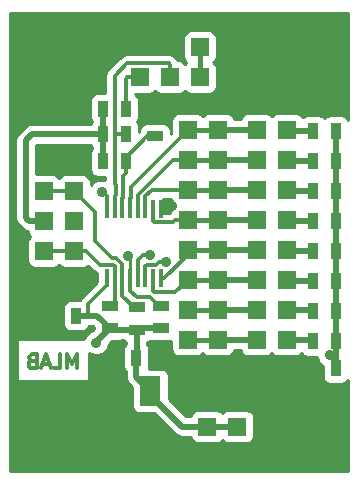
<source format=gbr>
G04 This is an RS-274x file exported by *
G04 gerbv version 2.6.1 *
G04 More information is available about gerbv at *
G04 http://gerbv.geda-project.org/ *
G04 --End of header info--*
%MOIN*%
%FSLAX34Y34*%
%IPPOS*%
G04 --Define apertures--*
%ADD10C,0.0118*%
%ADD11R,0.0600X0.0600*%
%ADD12R,0.0350X0.0550*%
%ADD13C,0.2362*%
%ADD14R,0.0177X0.0591*%
%ADD15R,0.0550X0.0350*%
%ADD16R,0.0709X0.0984*%
%ADD17C,0.0350*%
%ADD18C,0.0197*%
%ADD19C,0.0157*%
%ADD20C,0.0100*%
G04 --Start main section--*
G54D10*
G01X0002587Y0003786D02*
G01X0002587Y0004259D01*
G01X0002587Y0004259D02*
G01X0002430Y0003921D01*
G01X0002430Y0003921D02*
G01X0002272Y0004259D01*
G01X0002272Y0004259D02*
G01X0002272Y0003786D01*
G01X0001822Y0003786D02*
G01X0002047Y0003786D01*
G01X0002047Y0003786D02*
G01X0002047Y0004259D01*
G01X0001688Y0003921D02*
G01X0001463Y0003921D01*
G01X0001733Y0003786D02*
G01X0001575Y0004259D01*
G01X0001575Y0004259D02*
G01X0001418Y0003786D01*
G01X0001103Y0004034D02*
G01X0001035Y0004011D01*
G01X0001035Y0004011D02*
G01X0001013Y0003989D01*
G01X0001013Y0003989D02*
G01X0000990Y0003944D01*
G01X0000990Y0003944D02*
G01X0000990Y0003876D01*
G01X0000990Y0003876D02*
G01X0001013Y0003831D01*
G01X0001013Y0003831D02*
G01X0001035Y0003809D01*
G01X0001035Y0003809D02*
G01X0001080Y0003786D01*
G01X0001080Y0003786D02*
G01X0001260Y0003786D01*
G01X0001260Y0003786D02*
G01X0001260Y0004259D01*
G01X0001260Y0004259D02*
G01X0001103Y0004259D01*
G01X0001103Y0004259D02*
G01X0001058Y0004236D01*
G01X0001058Y0004236D02*
G01X0001035Y0004214D01*
G01X0001035Y0004214D02*
G01X0001013Y0004169D01*
G01X0001013Y0004169D02*
G01X0001013Y0004124D01*
G01X0001013Y0004124D02*
G01X0001035Y0004079D01*
G01X0001035Y0004079D02*
G01X0001058Y0004056D01*
G01X0001058Y0004056D02*
G01X0001103Y0004034D01*
G01X0001103Y0004034D02*
G01X0001260Y0004034D01*
G54D11*
G01X0007950Y0000850D03*
G01X0006950Y0000850D03*
G01X0007950Y0001850D03*
G01X0006950Y0001850D03*
G01X0007950Y0002850D03*
G01X0006950Y0002850D03*
G01X0008600Y0010750D03*
G01X0009600Y0010750D03*
G54D12*
G01X0004575Y0004150D03*
G01X0003825Y0004150D03*
G54D13*
G01X0010000Y0014000D03*
G54D14*
G01X0003604Y0009111D03*
G01X0003860Y0009111D03*
G01X0004116Y0009111D03*
G01X0004372Y0009111D03*
G01X0004628Y0009111D03*
G01X0004884Y0009111D03*
G01X0005140Y0009111D03*
G01X0005396Y0009111D03*
G01X0005396Y0006789D03*
G01X0005140Y0006789D03*
G01X0004884Y0006789D03*
G01X0004628Y0006789D03*
G01X0004372Y0006789D03*
G01X0004116Y0006789D03*
G01X0003860Y0006789D03*
G01X0003604Y0006789D03*
G54D12*
G01X0011225Y0004700D03*
G01X0010475Y0004700D03*
G01X0011225Y0005700D03*
G01X0010475Y0005700D03*
G01X0011225Y0006700D03*
G01X0010475Y0006700D03*
G01X0011225Y0007700D03*
G01X0010475Y0007700D03*
G01X0011225Y0008700D03*
G01X0010475Y0008700D03*
G01X0011225Y0009700D03*
G01X0010475Y0009700D03*
G01X0011225Y0010700D03*
G01X0010475Y0010700D03*
G01X0011225Y0011700D03*
G01X0010475Y0011700D03*
G54D15*
G01X0003700Y0005125D03*
G01X0003700Y0005875D03*
G01X0005400Y0005125D03*
G01X0005400Y0005875D03*
G01X0004600Y0005075D03*
G01X0004600Y0005825D03*
G01X0005200Y0011525D03*
G01X0005200Y0012275D03*
G54D12*
G01X0003475Y0010700D03*
G01X0004225Y0010700D03*
G01X0003475Y0011600D03*
G01X0004225Y0011600D03*
G01X0003475Y0012450D03*
G01X0004225Y0012450D03*
G54D13*
G01X0002000Y0014000D03*
G01X0010000Y0002000D03*
G01X0002000Y0002000D03*
G54D11*
G01X0006300Y0004750D03*
G01X0007300Y0004750D03*
G01X0006300Y0005750D03*
G01X0007300Y0005750D03*
G01X0006300Y0006750D03*
G01X0007300Y0006750D03*
G01X0006300Y0007750D03*
G01X0007300Y0007750D03*
G01X0006300Y0008750D03*
G01X0007300Y0008750D03*
G01X0006300Y0009750D03*
G01X0007300Y0009750D03*
G01X0006300Y0010750D03*
G01X0007300Y0010750D03*
G01X0006300Y0011750D03*
G01X0007300Y0011750D03*
G01X0008600Y0004750D03*
G01X0009600Y0004750D03*
G01X0008600Y0005750D03*
G01X0009600Y0005750D03*
G01X0008600Y0006750D03*
G01X0009600Y0006750D03*
G01X0008600Y0007750D03*
G01X0009600Y0007750D03*
G01X0008600Y0008750D03*
G01X0009600Y0008750D03*
G01X0008600Y0009750D03*
G01X0009600Y0009750D03*
G01X0008600Y0011750D03*
G01X0009600Y0011750D03*
G01X0006700Y0013500D03*
G01X0006700Y0014500D03*
G01X0002500Y0006700D03*
G01X0001500Y0006700D03*
G01X0002500Y0007700D03*
G01X0001500Y0007700D03*
G01X0002500Y0008700D03*
G01X0001500Y0008700D03*
G01X0002500Y0009700D03*
G01X0001500Y0009700D03*
G01X0002500Y0010700D03*
G01X0001500Y0010700D03*
G01X0005700Y0014500D03*
G01X0005700Y0013500D03*
G01X0004700Y0014500D03*
G01X0004700Y0013500D03*
G54D16*
G01X0005050Y0001463D03*
G01X0005050Y0003037D03*
G54D12*
G01X0011225Y0003800D03*
G01X0010475Y0003800D03*
G01X0002575Y0005550D03*
G01X0001825Y0005550D03*
G54D17*
G01X0011040Y0004220D03*
G01X0003250Y0004650D03*
G01X0005780Y0009215D03*
G01X0003420Y0009660D03*
G01X0004300Y0007550D03*
G01X0005572Y0007345D03*
G01X0005049Y0007577D03*
G54D18*
G01X0011215Y0004045D02*
G01X0011040Y0004220D01*
G01X0011225Y0004035D02*
G01X0011215Y0004045D01*
G01X0011225Y0003800D02*
G01X0011225Y0004035D01*
G01X0007950Y0001850D02*
G01X0006950Y0001850D01*
G01X0005050Y0003037D02*
G01X0005050Y0002900D01*
G01X0005050Y0002900D02*
G01X0006100Y0001850D01*
G01X0006100Y0001850D02*
G01X0006453Y0001850D01*
G01X0006453Y0001850D02*
G01X0006950Y0001850D01*
G01X0004575Y0004150D02*
G01X0004575Y0003512D01*
G01X0004575Y0003512D02*
G01X0005050Y0003037D01*
G01X0004600Y0005075D02*
G01X0004600Y0004175D01*
G01X0004600Y0004175D02*
G01X0004575Y0004150D01*
G01X0004650Y0005125D02*
G01X0004600Y0005075D01*
G01X0005400Y0005125D02*
G01X0004650Y0005125D01*
G01X0003750Y0005075D02*
G01X0003700Y0005125D01*
G01X0004600Y0005075D02*
G01X0003750Y0005075D01*
G01X0003275Y0005550D02*
G01X0003700Y0005125D01*
G54D10*
G01X0003604Y0006582D02*
G01X0002974Y0005952D01*
G01X0003604Y0006789D02*
G01X0003604Y0006582D01*
G01X0002974Y0005952D02*
G01X0002974Y0005550D01*
G54D18*
G01X0002974Y0005550D02*
G01X0003275Y0005550D01*
G01X0002575Y0005550D02*
G01X0002974Y0005550D01*
G01X0011304Y0003721D02*
G01X0011225Y0003800D01*
G01X0011225Y0003800D02*
G01X0011225Y0004700D01*
G01X0011225Y0005700D02*
G01X0011225Y0004700D01*
G01X0011225Y0005700D02*
G01X0011225Y0006700D01*
G01X0011225Y0006700D02*
G01X0011225Y0007700D01*
G01X0011225Y0007700D02*
G01X0011225Y0008700D01*
G01X0011225Y0008700D02*
G01X0011225Y0009700D01*
G01X0011225Y0009700D02*
G01X0011225Y0010700D01*
G01X0011225Y0011700D02*
G01X0011225Y0010700D01*
G01X0001003Y0008700D02*
G01X0000900Y0008803D01*
G01X0001500Y0008700D02*
G01X0001003Y0008700D01*
G01X0000900Y0008803D02*
G01X0000900Y0011400D01*
G01X0001100Y0011600D02*
G01X0003475Y0011600D01*
G01X0000900Y0011400D02*
G01X0001100Y0011600D01*
G01X0003475Y0011600D02*
G01X0003475Y0012450D01*
G01X0003475Y0011600D02*
G01X0003475Y0010700D01*
G01X0003250Y0004675D02*
G01X0003700Y0005125D01*
G01X0003250Y0004650D02*
G01X0003250Y0004675D01*
G54D19*
G01X0010475Y0003800D02*
G01X0010475Y0003368D01*
G01X0010475Y0003368D02*
G01X0010000Y0002893D01*
G01X0010000Y0002893D02*
G01X0010000Y0002000D01*
G54D10*
G01X0005676Y0009111D02*
G01X0005780Y0009215D01*
G01X0005396Y0009111D02*
G01X0005676Y0009111D01*
G01X0003469Y0009660D02*
G01X0003420Y0009660D01*
G01X0003604Y0009525D02*
G01X0003469Y0009660D01*
G01X0003604Y0009111D02*
G01X0003604Y0009525D01*
G01X0004225Y0013443D02*
G01X0004282Y0013500D01*
G01X0004282Y0013500D02*
G01X0004700Y0013500D01*
G01X0004225Y0012450D02*
G01X0004225Y0013443D01*
G01X0003860Y0009111D02*
G01X0003869Y0009120D01*
G01X0003906Y0009888D02*
G01X0003860Y0009934D01*
G01X0003869Y0009534D02*
G01X0003906Y0009572D01*
G01X0003860Y0009934D02*
G01X0003860Y0011616D01*
G01X0003869Y0009120D02*
G01X0003869Y0009534D01*
G01X0003906Y0009572D02*
G01X0003906Y0009888D01*
G01X0004273Y0013959D02*
G01X0003860Y0013547D01*
G01X0005659Y0013959D02*
G01X0004273Y0013959D01*
G01X0005700Y0013918D02*
G01X0005659Y0013959D01*
G01X0005700Y0013500D02*
G01X0005700Y0013918D01*
G01X0003876Y0011600D02*
G01X0003860Y0011616D01*
G01X0004225Y0011600D02*
G01X0003876Y0011600D01*
G01X0003860Y0013547D02*
G01X0003860Y0011616D01*
G01X0003375Y0007243D02*
G01X0002918Y0007700D01*
G01X0003819Y0007243D02*
G01X0003375Y0007243D01*
G01X0003860Y0006789D02*
G01X0003860Y0007202D01*
G01X0002918Y0007700D02*
G01X0002500Y0007700D01*
G01X0003860Y0007202D02*
G01X0003819Y0007243D01*
G01X0003860Y0006035D02*
G01X0003860Y0006789D01*
G01X0003700Y0005875D02*
G01X0003860Y0006035D01*
G01X0002500Y0007700D02*
G01X0001500Y0007700D01*
G01X0003200Y0009000D02*
G01X0002500Y0009700D01*
G01X0003765Y0007461D02*
G01X0003200Y0008026D01*
G01X0004116Y0007255D02*
G01X0003911Y0007461D01*
G01X0004116Y0006789D02*
G01X0004116Y0007255D01*
G01X0003200Y0008026D02*
G01X0003200Y0009000D01*
G01X0003911Y0007461D02*
G01X0003765Y0007461D01*
G01X0004500Y0005825D02*
G01X0004600Y0005825D01*
G01X0004116Y0006209D02*
G01X0004500Y0005825D01*
G01X0004116Y0006789D02*
G01X0004116Y0006209D01*
G01X0002500Y0009700D02*
G01X0001500Y0009700D01*
G01X0005331Y0005875D02*
G01X0005400Y0005875D01*
G01X0005047Y0006159D02*
G01X0005331Y0005875D01*
G01X0004588Y0006159D02*
G01X0005047Y0006159D01*
G01X0004372Y0006375D02*
G01X0004588Y0006159D01*
G01X0004372Y0006789D02*
G01X0004372Y0006375D01*
G54D19*
G01X0006700Y0013500D02*
G01X0006700Y0014500D01*
G54D20*
G01X0004372Y0007478D02*
G01X0004300Y0007550D01*
G01X0004372Y0006789D02*
G01X0004372Y0007478D01*
G54D10*
G01X0004372Y0009111D02*
G01X0004372Y0009457D01*
G01X0004390Y0009840D02*
G01X0006300Y0011750D01*
G01X0004390Y0009475D02*
G01X0004390Y0009840D01*
G01X0004372Y0009457D02*
G01X0004390Y0009475D01*
G54D19*
G01X0007300Y0011750D02*
G01X0006300Y0011750D01*
G54D18*
G01X0007300Y0011750D02*
G01X0008600Y0011750D01*
G01X0009650Y0011700D02*
G01X0009600Y0011750D01*
G01X0010475Y0011700D02*
G01X0009650Y0011700D01*
G54D10*
G01X0004628Y0009111D02*
G01X0004628Y0009578D01*
G01X0005882Y0010750D02*
G01X0006300Y0010750D01*
G01X0004628Y0009578D02*
G01X0005800Y0010750D01*
G01X0005800Y0010750D02*
G01X0005882Y0010750D01*
G54D19*
G01X0007300Y0010750D02*
G01X0006300Y0010750D01*
G54D18*
G01X0007300Y0010750D02*
G01X0008600Y0010750D01*
G01X0009650Y0010700D02*
G01X0009600Y0010750D01*
G01X0010475Y0010700D02*
G01X0009650Y0010700D01*
G54D10*
G01X0005882Y0009750D02*
G01X0006300Y0009750D01*
G01X0005109Y0009750D02*
G01X0005882Y0009750D01*
G01X0004884Y0009111D02*
G01X0004884Y0009525D01*
G01X0004884Y0009525D02*
G01X0005109Y0009750D01*
G54D19*
G01X0007300Y0009750D02*
G01X0006300Y0009750D01*
G54D18*
G01X0007300Y0009750D02*
G01X0008600Y0009750D01*
G01X0009650Y0009700D02*
G01X0009600Y0009750D01*
G01X0010475Y0009700D02*
G01X0009650Y0009700D01*
G54D19*
G01X0007300Y0008750D02*
G01X0006300Y0008750D01*
G54D10*
G01X0005882Y0008750D02*
G01X0006300Y0008750D01*
G01X0005789Y0008657D02*
G01X0005882Y0008750D01*
G01X0005181Y0008657D02*
G01X0005789Y0008657D01*
G01X0005140Y0008698D02*
G01X0005181Y0008657D01*
G01X0005140Y0009111D02*
G01X0005140Y0008698D01*
G54D18*
G01X0007300Y0008750D02*
G01X0008600Y0008750D01*
G01X0009650Y0008700D02*
G01X0009600Y0008750D01*
G01X0010475Y0008700D02*
G01X0009650Y0008700D01*
G54D10*
G01X0005506Y0006789D02*
G01X0006300Y0007583D01*
G01X0006300Y0007583D02*
G01X0006300Y0007750D01*
G01X0005396Y0006789D02*
G01X0005506Y0006789D01*
G54D19*
G01X0007300Y0007750D02*
G01X0006300Y0007750D01*
G54D18*
G01X0007300Y0007750D02*
G01X0008600Y0007750D01*
G01X0009650Y0007700D02*
G01X0009600Y0007750D01*
G01X0010475Y0007700D02*
G01X0009650Y0007700D01*
G54D19*
G01X0007300Y0006750D02*
G01X0006300Y0006750D01*
G54D10*
G01X0005884Y0006334D02*
G01X0006300Y0006750D01*
G01X0005180Y0006334D02*
G01X0005884Y0006334D01*
G01X0005140Y0006374D02*
G01X0005180Y0006334D01*
G01X0005140Y0006789D02*
G01X0005140Y0006374D01*
G54D18*
G01X0007300Y0006750D02*
G01X0008600Y0006750D01*
G01X0009650Y0006700D02*
G01X0009600Y0006750D01*
G01X0010475Y0006700D02*
G01X0009650Y0006700D01*
G54D10*
G01X0005324Y0007345D02*
G01X0005572Y0007345D01*
G01X0005223Y0007243D02*
G01X0005324Y0007345D01*
G01X0004884Y0007202D02*
G01X0004925Y0007243D01*
G01X0004884Y0006789D02*
G01X0004884Y0007202D01*
G01X0004925Y0007243D02*
G01X0005223Y0007243D01*
G54D19*
G01X0007300Y0005750D02*
G01X0006300Y0005750D01*
G54D18*
G01X0007300Y0005750D02*
G01X0008600Y0005750D01*
G01X0010425Y0005750D02*
G01X0010475Y0005700D01*
G01X0009600Y0005750D02*
G01X0010425Y0005750D01*
G54D10*
G01X0004801Y0007577D02*
G01X0005049Y0007577D01*
G01X0004628Y0006789D02*
G01X0004628Y0007404D01*
G01X0004628Y0007404D02*
G01X0004801Y0007577D01*
G54D19*
G01X0007300Y0004750D02*
G01X0006300Y0004750D01*
G54D18*
G01X0007300Y0004750D02*
G01X0008600Y0004750D01*
G01X0010425Y0004750D02*
G01X0010475Y0004700D01*
G01X0009600Y0004750D02*
G01X0010425Y0004750D01*
G54D10*
G01X0004130Y0010212D02*
G01X0004225Y0010307D01*
G01X0004130Y0009475D02*
G01X0004130Y0010212D01*
G01X0004225Y0010307D02*
G01X0004225Y0010700D01*
G01X0004116Y0009461D02*
G01X0004130Y0009475D01*
G01X0004116Y0009111D02*
G01X0004116Y0009461D01*
G01X0004950Y0011525D02*
G01X0005200Y0011525D01*
G01X0004225Y0010800D02*
G01X0004950Y0011525D01*
G01X0004225Y0010700D02*
G01X0004225Y0010800D01*
G54D20*
G36*
G01X0003551Y0010066D02*
G01X0003505Y0010085D01*
G01X0003336Y0010085D01*
G01X0003180Y0010021D01*
G01X0003060Y0009901D01*
G01X0003055Y0009889D01*
G01X0003055Y0010000D01*
G01X0003036Y0010095D01*
G01X0002981Y0010179D01*
G01X0002898Y0010235D01*
G01X0002800Y0010255D01*
G01X0002200Y0010255D01*
G01X0002105Y0010236D01*
G01X0002021Y0010181D01*
G01X0002000Y0010151D01*
G01X0001981Y0010179D01*
G01X0001898Y0010235D01*
G01X0001800Y0010255D01*
G01X0001248Y0010255D01*
G01X0001248Y0011252D01*
G01X0003059Y0011252D01*
G01X0003064Y0011230D01*
G01X0003116Y0011150D01*
G01X0003065Y0011073D01*
G01X0003045Y0010975D01*
G01X0003045Y0010425D01*
G01X0003064Y0010330D01*
G01X0003119Y0010246D01*
G01X0003202Y0010190D01*
G01X0003300Y0010170D01*
G01X0003551Y0010170D01*
G01X0003551Y0010066D01*
G01X0003551Y0010066D01*
G37*
G01X0003551Y0010066D02*
G01X0003505Y0010085D01*
G01X0003505Y0010085D02*
G01X0003336Y0010085D01*
G01X0003336Y0010085D02*
G01X0003180Y0010021D01*
G01X0003180Y0010021D02*
G01X0003060Y0009901D01*
G01X0003060Y0009901D02*
G01X0003055Y0009889D01*
G01X0003055Y0009889D02*
G01X0003055Y0010000D01*
G01X0003055Y0010000D02*
G01X0003036Y0010095D01*
G01X0003036Y0010095D02*
G01X0002981Y0010179D01*
G01X0002981Y0010179D02*
G01X0002898Y0010235D01*
G01X0002898Y0010235D02*
G01X0002800Y0010255D01*
G01X0002800Y0010255D02*
G01X0002200Y0010255D01*
G01X0002200Y0010255D02*
G01X0002105Y0010236D01*
G01X0002105Y0010236D02*
G01X0002021Y0010181D01*
G01X0002021Y0010181D02*
G01X0002000Y0010151D01*
G01X0002000Y0010151D02*
G01X0001981Y0010179D01*
G01X0001981Y0010179D02*
G01X0001898Y0010235D01*
G01X0001898Y0010235D02*
G01X0001800Y0010255D01*
G01X0001800Y0010255D02*
G01X0001248Y0010255D01*
G01X0001248Y0010255D02*
G01X0001248Y0011252D01*
G01X0001248Y0011252D02*
G01X0003059Y0011252D01*
G01X0003059Y0011252D02*
G01X0003064Y0011230D01*
G01X0003064Y0011230D02*
G01X0003116Y0011150D01*
G01X0003116Y0011150D02*
G01X0003065Y0011073D01*
G01X0003065Y0011073D02*
G01X0003045Y0010975D01*
G01X0003045Y0010975D02*
G01X0003045Y0010425D01*
G01X0003045Y0010425D02*
G01X0003064Y0010330D01*
G01X0003064Y0010330D02*
G01X0003119Y0010246D01*
G01X0003119Y0010246D02*
G01X0003202Y0010190D01*
G01X0003202Y0010190D02*
G01X0003300Y0010170D01*
G01X0003300Y0010170D02*
G01X0003551Y0010170D01*
G01X0003551Y0010170D02*
G01X0003551Y0010066D01*
G36*
G01X0005849Y0009250D02*
G01X0005821Y0009231D01*
G01X0005765Y0009148D01*
G01X0005745Y0009050D01*
G01X0005745Y0009023D01*
G01X0005663Y0008969D01*
G01X0005661Y0008966D01*
G01X0005483Y0008966D01*
G01X0005483Y0009407D01*
G01X0005477Y0009441D01*
G01X0005747Y0009441D01*
G01X0005764Y0009355D01*
G01X0005819Y0009271D01*
G01X0005849Y0009250D01*
G01X0005849Y0009250D01*
G37*
G01X0005849Y0009250D02*
G01X0005821Y0009231D01*
G01X0005821Y0009231D02*
G01X0005765Y0009148D01*
G01X0005765Y0009148D02*
G01X0005745Y0009050D01*
G01X0005745Y0009050D02*
G01X0005745Y0009023D01*
G01X0005745Y0009023D02*
G01X0005663Y0008969D01*
G01X0005663Y0008969D02*
G01X0005661Y0008966D01*
G01X0005661Y0008966D02*
G01X0005483Y0008966D01*
G01X0005483Y0008966D02*
G01X0005483Y0009407D01*
G01X0005483Y0009407D02*
G01X0005477Y0009441D01*
G01X0005477Y0009441D02*
G01X0005747Y0009441D01*
G01X0005747Y0009441D02*
G01X0005764Y0009355D01*
G01X0005764Y0009355D02*
G01X0005819Y0009271D01*
G01X0005819Y0009271D02*
G01X0005849Y0009250D01*
G36*
G01X0011630Y0000370D02*
G01X0000370Y0000370D01*
G01X0000370Y0015630D01*
G01X0011630Y0015630D01*
G01X0011630Y0012080D01*
G01X0011581Y0012154D01*
G01X0011498Y0012210D01*
G01X0011400Y0012230D01*
G01X0011050Y0012230D01*
G01X0010955Y0012211D01*
G01X0010871Y0012156D01*
G01X0010850Y0012126D01*
G01X0010831Y0012154D01*
G01X0010748Y0012210D01*
G01X0010650Y0012230D01*
G01X0010300Y0012230D01*
G01X0010205Y0012211D01*
G01X0010127Y0012160D01*
G01X0010081Y0012229D01*
G01X0009998Y0012285D01*
G01X0009900Y0012305D01*
G01X0009300Y0012305D01*
G01X0009205Y0012286D01*
G01X0009121Y0012231D01*
G01X0009100Y0012201D01*
G01X0009081Y0012229D01*
G01X0008998Y0012285D01*
G01X0008900Y0012305D01*
G01X0008300Y0012305D01*
G01X0008205Y0012286D01*
G01X0008121Y0012231D01*
G01X0008065Y0012148D01*
G01X0008055Y0012098D01*
G01X0007846Y0012098D01*
G01X0007836Y0012145D01*
G01X0007781Y0012229D01*
G01X0007698Y0012285D01*
G01X0007600Y0012305D01*
G01X0007000Y0012305D01*
G01X0006905Y0012286D01*
G01X0006821Y0012231D01*
G01X0006800Y0012201D01*
G01X0006781Y0012229D01*
G01X0006698Y0012285D01*
G01X0006600Y0012305D01*
G01X0006000Y0012305D01*
G01X0005905Y0012286D01*
G01X0005821Y0012231D01*
G01X0005765Y0012148D01*
G01X0005745Y0012050D01*
G01X0005745Y0011632D01*
G01X0005730Y0011617D01*
G01X0005730Y0011700D01*
G01X0005711Y0011795D01*
G01X0005656Y0011879D01*
G01X0005573Y0011935D01*
G01X0005475Y0011955D01*
G01X0004925Y0011955D01*
G01X0004830Y0011936D01*
G01X0004746Y0011881D01*
G01X0004690Y0011798D01*
G01X0004670Y0011700D01*
G01X0004670Y0011682D01*
G01X0004655Y0011667D01*
G01X0004655Y0011875D01*
G01X0004636Y0011970D01*
G01X0004600Y0012025D01*
G01X0004635Y0012077D01*
G01X0004655Y0012175D01*
G01X0004655Y0012725D01*
G01X0004636Y0012820D01*
G01X0004581Y0012904D01*
G01X0004534Y0012936D01*
G01X0004534Y0012945D01*
G01X0005000Y0012945D01*
G01X0005095Y0012964D01*
G01X0005179Y0013019D01*
G01X0005200Y0013049D01*
G01X0005219Y0013021D01*
G01X0005302Y0012965D01*
G01X0005400Y0012945D01*
G01X0006000Y0012945D01*
G01X0006095Y0012964D01*
G01X0006179Y0013019D01*
G01X0006200Y0013049D01*
G01X0006219Y0013021D01*
G01X0006302Y0012965D01*
G01X0006400Y0012945D01*
G01X0007000Y0012945D01*
G01X0007095Y0012964D01*
G01X0007179Y0013019D01*
G01X0007235Y0013102D01*
G01X0007255Y0013200D01*
G01X0007255Y0013800D01*
G01X0007236Y0013895D01*
G01X0007181Y0013979D01*
G01X0007151Y0014000D01*
G01X0007179Y0014019D01*
G01X0007235Y0014102D01*
G01X0007255Y0014200D01*
G01X0007255Y0014800D01*
G01X0007236Y0014895D01*
G01X0007181Y0014979D01*
G01X0007098Y0015035D01*
G01X0007000Y0015055D01*
G01X0006400Y0015055D01*
G01X0006305Y0015036D01*
G01X0006221Y0014981D01*
G01X0006165Y0014898D01*
G01X0006145Y0014800D01*
G01X0006145Y0014200D01*
G01X0006164Y0014105D01*
G01X0006219Y0014021D01*
G01X0006249Y0014000D01*
G01X0006221Y0013981D01*
G01X0006200Y0013951D01*
G01X0006181Y0013979D01*
G01X0006098Y0014035D01*
G01X0006000Y0014055D01*
G01X0005973Y0014055D01*
G01X0005919Y0014137D01*
G01X0005878Y0014178D01*
G01X0005777Y0014245D01*
G01X0005659Y0014268D01*
G01X0004273Y0014268D01*
G01X0004273Y0014268D01*
G01X0004154Y0014245D01*
G01X0004054Y0014178D01*
G01X0003642Y0013765D01*
G01X0003575Y0013665D01*
G01X0003551Y0013547D01*
G01X0003551Y0012980D01*
G01X0003300Y0012980D01*
G01X0003205Y0012961D01*
G01X0003121Y0012906D01*
G01X0003065Y0012823D01*
G01X0003045Y0012725D01*
G01X0003045Y0012175D01*
G01X0003064Y0012080D01*
G01X0003100Y0012025D01*
G01X0003065Y0011973D01*
G01X0003060Y0011948D01*
G01X0001100Y0011948D01*
G01X0000967Y0011922D01*
G01X0000854Y0011846D01*
G01X0000854Y0011846D01*
G01X0000654Y0011646D01*
G01X0000578Y0011533D01*
G01X0000574Y0011511D01*
G01X0000552Y0011400D01*
G01X0000552Y0011400D01*
G01X0000552Y0008803D01*
G01X0000552Y0008803D01*
G01X0000574Y0008692D01*
G01X0000578Y0008670D01*
G01X0000654Y0008557D01*
G01X0000757Y0008454D01*
G01X0000757Y0008454D01*
G01X0000757Y0008454D01*
G01X0000870Y0008378D01*
G01X0000870Y0008378D01*
G01X0000892Y0008374D01*
G01X0000953Y0008362D01*
G01X0000953Y0008362D01*
G01X0000964Y0008305D01*
G01X0001019Y0008221D01*
G01X0001049Y0008200D01*
G01X0001021Y0008181D01*
G01X0000965Y0008098D01*
G01X0000945Y0008000D01*
G01X0000945Y0007400D01*
G01X0000964Y0007305D01*
G01X0001019Y0007221D01*
G01X0001102Y0007165D01*
G01X0001200Y0007145D01*
G01X0001800Y0007145D01*
G01X0001895Y0007164D01*
G01X0001979Y0007219D01*
G01X0002000Y0007249D01*
G01X0002019Y0007221D01*
G01X0002102Y0007165D01*
G01X0002200Y0007145D01*
G01X0002800Y0007145D01*
G01X0002895Y0007164D01*
G01X0002969Y0007212D01*
G01X0003157Y0007024D01*
G01X0003157Y0007024D01*
G01X0003157Y0007024D01*
G01X0003257Y0006957D01*
G01X0003261Y0006957D01*
G01X0003261Y0006675D01*
G01X0002756Y0006170D01*
G01X0002695Y0006080D01*
G01X0002400Y0006080D01*
G01X0002305Y0006061D01*
G01X0002221Y0006006D01*
G01X0002165Y0005923D01*
G01X0002145Y0005825D01*
G01X0002145Y0005275D01*
G01X0002164Y0005180D01*
G01X0002219Y0005096D01*
G01X0002302Y0005040D01*
G01X0002400Y0005020D01*
G01X0002750Y0005020D01*
G01X0002845Y0005039D01*
G01X0002929Y0005094D01*
G01X0002985Y0005177D01*
G01X0002990Y0005202D01*
G01X0003131Y0005202D01*
G01X0003170Y0005162D01*
G01X0003170Y0005088D01*
G01X0003151Y0005069D01*
G01X0003010Y0005011D01*
G01X0002890Y0004891D01*
G01X0002835Y0004758D01*
G01X0000591Y0004758D01*
G01X0000591Y0003360D01*
G01X0003009Y0003360D01*
G01X0003009Y0004290D01*
G01X0003165Y0004225D01*
G01X0003334Y0004225D01*
G01X0003490Y0004289D01*
G01X0003610Y0004409D01*
G01X0003675Y0004565D01*
G01X0003675Y0004607D01*
G01X0003763Y0004695D01*
G01X0003975Y0004695D01*
G01X0004070Y0004714D01*
G01X0004090Y0004727D01*
G01X0004140Y0004727D01*
G01X0004144Y0004721D01*
G01X0004227Y0004665D01*
G01X0004252Y0004660D01*
G01X0004252Y0004627D01*
G01X0004221Y0004606D01*
G01X0004165Y0004523D01*
G01X0004145Y0004425D01*
G01X0004145Y0003875D01*
G01X0004164Y0003780D01*
G01X0004219Y0003696D01*
G01X0004227Y0003691D01*
G01X0004227Y0003512D01*
G01X0004227Y0003512D01*
G01X0004249Y0003401D01*
G01X0004253Y0003379D01*
G01X0004329Y0003266D01*
G01X0004441Y0003154D01*
G01X0004441Y0002545D01*
G01X0004459Y0002450D01*
G01X0004514Y0002366D01*
G01X0004597Y0002310D01*
G01X0004696Y0002290D01*
G01X0005167Y0002290D01*
G01X0005853Y0001604D01*
G01X0005853Y0001604D01*
G01X0005853Y0001604D01*
G01X0005929Y0001553D01*
G01X0005966Y0001528D01*
G01X0005966Y0001528D01*
G01X0006100Y0001502D01*
G01X0006100Y0001502D01*
G01X0006100Y0001502D01*
G01X0006404Y0001502D01*
G01X0006414Y0001455D01*
G01X0006469Y0001371D01*
G01X0006552Y0001315D01*
G01X0006650Y0001295D01*
G01X0007250Y0001295D01*
G01X0007345Y0001314D01*
G01X0007429Y0001369D01*
G01X0007450Y0001399D01*
G01X0007469Y0001371D01*
G01X0007552Y0001315D01*
G01X0007650Y0001295D01*
G01X0008250Y0001295D01*
G01X0008345Y0001314D01*
G01X0008429Y0001369D01*
G01X0008485Y0001452D01*
G01X0008505Y0001550D01*
G01X0008505Y0002150D01*
G01X0008486Y0002245D01*
G01X0008431Y0002329D01*
G01X0008348Y0002385D01*
G01X0008250Y0002405D01*
G01X0007650Y0002405D01*
G01X0007555Y0002386D01*
G01X0007471Y0002331D01*
G01X0007450Y0002301D01*
G01X0007431Y0002329D01*
G01X0007348Y0002385D01*
G01X0007250Y0002405D01*
G01X0006650Y0002405D01*
G01X0006555Y0002386D01*
G01X0006471Y0002331D01*
G01X0006415Y0002248D01*
G01X0006405Y0002198D01*
G01X0006244Y0002198D01*
G01X0005659Y0002783D01*
G01X0005659Y0003529D01*
G01X0005641Y0003624D01*
G01X0005586Y0003708D01*
G01X0005503Y0003764D01*
G01X0005405Y0003784D01*
G01X0004987Y0003784D01*
G01X0005005Y0003875D01*
G01X0005005Y0004425D01*
G01X0004986Y0004520D01*
G01X0004948Y0004578D01*
G01X0004948Y0004659D01*
G01X0004970Y0004664D01*
G01X0005043Y0004711D01*
G01X0005125Y0004695D01*
G01X0005675Y0004695D01*
G01X0005745Y0004709D01*
G01X0005745Y0004450D01*
G01X0005764Y0004355D01*
G01X0005819Y0004271D01*
G01X0005902Y0004215D01*
G01X0006000Y0004195D01*
G01X0006600Y0004195D01*
G01X0006695Y0004214D01*
G01X0006779Y0004269D01*
G01X0006800Y0004299D01*
G01X0006819Y0004271D01*
G01X0006902Y0004215D01*
G01X0007000Y0004195D01*
G01X0007600Y0004195D01*
G01X0007695Y0004214D01*
G01X0007779Y0004269D01*
G01X0007835Y0004352D01*
G01X0007845Y0004402D01*
G01X0008054Y0004402D01*
G01X0008064Y0004355D01*
G01X0008119Y0004271D01*
G01X0008202Y0004215D01*
G01X0008300Y0004195D01*
G01X0008900Y0004195D01*
G01X0008995Y0004214D01*
G01X0009079Y0004269D01*
G01X0009100Y0004299D01*
G01X0009119Y0004271D01*
G01X0009202Y0004215D01*
G01X0009300Y0004195D01*
G01X0009900Y0004195D01*
G01X0009995Y0004214D01*
G01X0010079Y0004269D01*
G01X0010092Y0004287D01*
G01X0010119Y0004246D01*
G01X0010202Y0004190D01*
G01X0010300Y0004170D01*
G01X0010615Y0004170D01*
G01X0010615Y0004136D01*
G01X0010679Y0003980D01*
G01X0010795Y0003864D01*
G01X0010795Y0003525D01*
G01X0010814Y0003430D01*
G01X0010869Y0003346D01*
G01X0010952Y0003290D01*
G01X0011050Y0003270D01*
G01X0011400Y0003270D01*
G01X0011495Y0003289D01*
G01X0011579Y0003344D01*
G01X0011630Y0003419D01*
G01X0011630Y0000370D01*
G01X0011630Y0000370D01*
G37*
G01X0011630Y0000370D02*
G01X0000370Y0000370D01*
G01X0000370Y0000370D02*
G01X0000370Y0015630D01*
G01X0000370Y0015630D02*
G01X0011630Y0015630D01*
G01X0011630Y0015630D02*
G01X0011630Y0012080D01*
G01X0011630Y0012080D02*
G01X0011581Y0012154D01*
G01X0011581Y0012154D02*
G01X0011498Y0012210D01*
G01X0011498Y0012210D02*
G01X0011400Y0012230D01*
G01X0011400Y0012230D02*
G01X0011050Y0012230D01*
G01X0011050Y0012230D02*
G01X0010955Y0012211D01*
G01X0010955Y0012211D02*
G01X0010871Y0012156D01*
G01X0010871Y0012156D02*
G01X0010850Y0012126D01*
G01X0010850Y0012126D02*
G01X0010831Y0012154D01*
G01X0010831Y0012154D02*
G01X0010748Y0012210D01*
G01X0010748Y0012210D02*
G01X0010650Y0012230D01*
G01X0010650Y0012230D02*
G01X0010300Y0012230D01*
G01X0010300Y0012230D02*
G01X0010205Y0012211D01*
G01X0010205Y0012211D02*
G01X0010127Y0012160D01*
G01X0010127Y0012160D02*
G01X0010081Y0012229D01*
G01X0010081Y0012229D02*
G01X0009998Y0012285D01*
G01X0009998Y0012285D02*
G01X0009900Y0012305D01*
G01X0009900Y0012305D02*
G01X0009300Y0012305D01*
G01X0009300Y0012305D02*
G01X0009205Y0012286D01*
G01X0009205Y0012286D02*
G01X0009121Y0012231D01*
G01X0009121Y0012231D02*
G01X0009100Y0012201D01*
G01X0009100Y0012201D02*
G01X0009081Y0012229D01*
G01X0009081Y0012229D02*
G01X0008998Y0012285D01*
G01X0008998Y0012285D02*
G01X0008900Y0012305D01*
G01X0008900Y0012305D02*
G01X0008300Y0012305D01*
G01X0008300Y0012305D02*
G01X0008205Y0012286D01*
G01X0008205Y0012286D02*
G01X0008121Y0012231D01*
G01X0008121Y0012231D02*
G01X0008065Y0012148D01*
G01X0008065Y0012148D02*
G01X0008055Y0012098D01*
G01X0008055Y0012098D02*
G01X0007846Y0012098D01*
G01X0007846Y0012098D02*
G01X0007836Y0012145D01*
G01X0007836Y0012145D02*
G01X0007781Y0012229D01*
G01X0007781Y0012229D02*
G01X0007698Y0012285D01*
G01X0007698Y0012285D02*
G01X0007600Y0012305D01*
G01X0007600Y0012305D02*
G01X0007000Y0012305D01*
G01X0007000Y0012305D02*
G01X0006905Y0012286D01*
G01X0006905Y0012286D02*
G01X0006821Y0012231D01*
G01X0006821Y0012231D02*
G01X0006800Y0012201D01*
G01X0006800Y0012201D02*
G01X0006781Y0012229D01*
G01X0006781Y0012229D02*
G01X0006698Y0012285D01*
G01X0006698Y0012285D02*
G01X0006600Y0012305D01*
G01X0006600Y0012305D02*
G01X0006000Y0012305D01*
G01X0006000Y0012305D02*
G01X0005905Y0012286D01*
G01X0005905Y0012286D02*
G01X0005821Y0012231D01*
G01X0005821Y0012231D02*
G01X0005765Y0012148D01*
G01X0005765Y0012148D02*
G01X0005745Y0012050D01*
G01X0005745Y0012050D02*
G01X0005745Y0011632D01*
G01X0005745Y0011632D02*
G01X0005730Y0011617D01*
G01X0005730Y0011617D02*
G01X0005730Y0011700D01*
G01X0005730Y0011700D02*
G01X0005711Y0011795D01*
G01X0005711Y0011795D02*
G01X0005656Y0011879D01*
G01X0005656Y0011879D02*
G01X0005573Y0011935D01*
G01X0005573Y0011935D02*
G01X0005475Y0011955D01*
G01X0005475Y0011955D02*
G01X0004925Y0011955D01*
G01X0004925Y0011955D02*
G01X0004830Y0011936D01*
G01X0004830Y0011936D02*
G01X0004746Y0011881D01*
G01X0004746Y0011881D02*
G01X0004690Y0011798D01*
G01X0004690Y0011798D02*
G01X0004670Y0011700D01*
G01X0004670Y0011700D02*
G01X0004670Y0011682D01*
G01X0004670Y0011682D02*
G01X0004655Y0011667D01*
G01X0004655Y0011667D02*
G01X0004655Y0011875D01*
G01X0004655Y0011875D02*
G01X0004636Y0011970D01*
G01X0004636Y0011970D02*
G01X0004600Y0012025D01*
G01X0004600Y0012025D02*
G01X0004635Y0012077D01*
G01X0004635Y0012077D02*
G01X0004655Y0012175D01*
G01X0004655Y0012175D02*
G01X0004655Y0012725D01*
G01X0004655Y0012725D02*
G01X0004636Y0012820D01*
G01X0004636Y0012820D02*
G01X0004581Y0012904D01*
G01X0004581Y0012904D02*
G01X0004534Y0012936D01*
G01X0004534Y0012936D02*
G01X0004534Y0012945D01*
G01X0004534Y0012945D02*
G01X0005000Y0012945D01*
G01X0005000Y0012945D02*
G01X0005095Y0012964D01*
G01X0005095Y0012964D02*
G01X0005179Y0013019D01*
G01X0005179Y0013019D02*
G01X0005200Y0013049D01*
G01X0005200Y0013049D02*
G01X0005219Y0013021D01*
G01X0005219Y0013021D02*
G01X0005302Y0012965D01*
G01X0005302Y0012965D02*
G01X0005400Y0012945D01*
G01X0005400Y0012945D02*
G01X0006000Y0012945D01*
G01X0006000Y0012945D02*
G01X0006095Y0012964D01*
G01X0006095Y0012964D02*
G01X0006179Y0013019D01*
G01X0006179Y0013019D02*
G01X0006200Y0013049D01*
G01X0006200Y0013049D02*
G01X0006219Y0013021D01*
G01X0006219Y0013021D02*
G01X0006302Y0012965D01*
G01X0006302Y0012965D02*
G01X0006400Y0012945D01*
G01X0006400Y0012945D02*
G01X0007000Y0012945D01*
G01X0007000Y0012945D02*
G01X0007095Y0012964D01*
G01X0007095Y0012964D02*
G01X0007179Y0013019D01*
G01X0007179Y0013019D02*
G01X0007235Y0013102D01*
G01X0007235Y0013102D02*
G01X0007255Y0013200D01*
G01X0007255Y0013200D02*
G01X0007255Y0013800D01*
G01X0007255Y0013800D02*
G01X0007236Y0013895D01*
G01X0007236Y0013895D02*
G01X0007181Y0013979D01*
G01X0007181Y0013979D02*
G01X0007151Y0014000D01*
G01X0007151Y0014000D02*
G01X0007179Y0014019D01*
G01X0007179Y0014019D02*
G01X0007235Y0014102D01*
G01X0007235Y0014102D02*
G01X0007255Y0014200D01*
G01X0007255Y0014200D02*
G01X0007255Y0014800D01*
G01X0007255Y0014800D02*
G01X0007236Y0014895D01*
G01X0007236Y0014895D02*
G01X0007181Y0014979D01*
G01X0007181Y0014979D02*
G01X0007098Y0015035D01*
G01X0007098Y0015035D02*
G01X0007000Y0015055D01*
G01X0007000Y0015055D02*
G01X0006400Y0015055D01*
G01X0006400Y0015055D02*
G01X0006305Y0015036D01*
G01X0006305Y0015036D02*
G01X0006221Y0014981D01*
G01X0006221Y0014981D02*
G01X0006165Y0014898D01*
G01X0006165Y0014898D02*
G01X0006145Y0014800D01*
G01X0006145Y0014800D02*
G01X0006145Y0014200D01*
G01X0006145Y0014200D02*
G01X0006164Y0014105D01*
G01X0006164Y0014105D02*
G01X0006219Y0014021D01*
G01X0006219Y0014021D02*
G01X0006249Y0014000D01*
G01X0006249Y0014000D02*
G01X0006221Y0013981D01*
G01X0006221Y0013981D02*
G01X0006200Y0013951D01*
G01X0006200Y0013951D02*
G01X0006181Y0013979D01*
G01X0006181Y0013979D02*
G01X0006098Y0014035D01*
G01X0006098Y0014035D02*
G01X0006000Y0014055D01*
G01X0006000Y0014055D02*
G01X0005973Y0014055D01*
G01X0005973Y0014055D02*
G01X0005919Y0014137D01*
G01X0005919Y0014137D02*
G01X0005878Y0014178D01*
G01X0005878Y0014178D02*
G01X0005777Y0014245D01*
G01X0005777Y0014245D02*
G01X0005659Y0014268D01*
G01X0005659Y0014268D02*
G01X0004273Y0014268D01*
G01X0004273Y0014268D02*
G01X0004273Y0014268D01*
G01X0004273Y0014268D02*
G01X0004154Y0014245D01*
G01X0004154Y0014245D02*
G01X0004054Y0014178D01*
G01X0004054Y0014178D02*
G01X0003642Y0013765D01*
G01X0003642Y0013765D02*
G01X0003575Y0013665D01*
G01X0003575Y0013665D02*
G01X0003551Y0013547D01*
G01X0003551Y0013547D02*
G01X0003551Y0012980D01*
G01X0003551Y0012980D02*
G01X0003300Y0012980D01*
G01X0003300Y0012980D02*
G01X0003205Y0012961D01*
G01X0003205Y0012961D02*
G01X0003121Y0012906D01*
G01X0003121Y0012906D02*
G01X0003065Y0012823D01*
G01X0003065Y0012823D02*
G01X0003045Y0012725D01*
G01X0003045Y0012725D02*
G01X0003045Y0012175D01*
G01X0003045Y0012175D02*
G01X0003064Y0012080D01*
G01X0003064Y0012080D02*
G01X0003100Y0012025D01*
G01X0003100Y0012025D02*
G01X0003065Y0011973D01*
G01X0003065Y0011973D02*
G01X0003060Y0011948D01*
G01X0003060Y0011948D02*
G01X0001100Y0011948D01*
G01X0001100Y0011948D02*
G01X0000967Y0011922D01*
G01X0000967Y0011922D02*
G01X0000854Y0011846D01*
G01X0000854Y0011846D02*
G01X0000854Y0011846D01*
G01X0000854Y0011846D02*
G01X0000654Y0011646D01*
G01X0000654Y0011646D02*
G01X0000578Y0011533D01*
G01X0000578Y0011533D02*
G01X0000574Y0011511D01*
G01X0000574Y0011511D02*
G01X0000552Y0011400D01*
G01X0000552Y0011400D02*
G01X0000552Y0011400D01*
G01X0000552Y0011400D02*
G01X0000552Y0008803D01*
G01X0000552Y0008803D02*
G01X0000552Y0008803D01*
G01X0000552Y0008803D02*
G01X0000574Y0008692D01*
G01X0000574Y0008692D02*
G01X0000578Y0008670D01*
G01X0000578Y0008670D02*
G01X0000654Y0008557D01*
G01X0000654Y0008557D02*
G01X0000757Y0008454D01*
G01X0000757Y0008454D02*
G01X0000757Y0008454D01*
G01X0000757Y0008454D02*
G01X0000757Y0008454D01*
G01X0000757Y0008454D02*
G01X0000870Y0008378D01*
G01X0000870Y0008378D02*
G01X0000870Y0008378D01*
G01X0000870Y0008378D02*
G01X0000892Y0008374D01*
G01X0000892Y0008374D02*
G01X0000953Y0008362D01*
G01X0000953Y0008362D02*
G01X0000953Y0008362D01*
G01X0000953Y0008362D02*
G01X0000964Y0008305D01*
G01X0000964Y0008305D02*
G01X0001019Y0008221D01*
G01X0001019Y0008221D02*
G01X0001049Y0008200D01*
G01X0001049Y0008200D02*
G01X0001021Y0008181D01*
G01X0001021Y0008181D02*
G01X0000965Y0008098D01*
G01X0000965Y0008098D02*
G01X0000945Y0008000D01*
G01X0000945Y0008000D02*
G01X0000945Y0007400D01*
G01X0000945Y0007400D02*
G01X0000964Y0007305D01*
G01X0000964Y0007305D02*
G01X0001019Y0007221D01*
G01X0001019Y0007221D02*
G01X0001102Y0007165D01*
G01X0001102Y0007165D02*
G01X0001200Y0007145D01*
G01X0001200Y0007145D02*
G01X0001800Y0007145D01*
G01X0001800Y0007145D02*
G01X0001895Y0007164D01*
G01X0001895Y0007164D02*
G01X0001979Y0007219D01*
G01X0001979Y0007219D02*
G01X0002000Y0007249D01*
G01X0002000Y0007249D02*
G01X0002019Y0007221D01*
G01X0002019Y0007221D02*
G01X0002102Y0007165D01*
G01X0002102Y0007165D02*
G01X0002200Y0007145D01*
G01X0002200Y0007145D02*
G01X0002800Y0007145D01*
G01X0002800Y0007145D02*
G01X0002895Y0007164D01*
G01X0002895Y0007164D02*
G01X0002969Y0007212D01*
G01X0002969Y0007212D02*
G01X0003157Y0007024D01*
G01X0003157Y0007024D02*
G01X0003157Y0007024D01*
G01X0003157Y0007024D02*
G01X0003157Y0007024D01*
G01X0003157Y0007024D02*
G01X0003257Y0006957D01*
G01X0003257Y0006957D02*
G01X0003261Y0006957D01*
G01X0003261Y0006957D02*
G01X0003261Y0006675D01*
G01X0003261Y0006675D02*
G01X0002756Y0006170D01*
G01X0002756Y0006170D02*
G01X0002695Y0006080D01*
G01X0002695Y0006080D02*
G01X0002400Y0006080D01*
G01X0002400Y0006080D02*
G01X0002305Y0006061D01*
G01X0002305Y0006061D02*
G01X0002221Y0006006D01*
G01X0002221Y0006006D02*
G01X0002165Y0005923D01*
G01X0002165Y0005923D02*
G01X0002145Y0005825D01*
G01X0002145Y0005825D02*
G01X0002145Y0005275D01*
G01X0002145Y0005275D02*
G01X0002164Y0005180D01*
G01X0002164Y0005180D02*
G01X0002219Y0005096D01*
G01X0002219Y0005096D02*
G01X0002302Y0005040D01*
G01X0002302Y0005040D02*
G01X0002400Y0005020D01*
G01X0002400Y0005020D02*
G01X0002750Y0005020D01*
G01X0002750Y0005020D02*
G01X0002845Y0005039D01*
G01X0002845Y0005039D02*
G01X0002929Y0005094D01*
G01X0002929Y0005094D02*
G01X0002985Y0005177D01*
G01X0002985Y0005177D02*
G01X0002990Y0005202D01*
G01X0002990Y0005202D02*
G01X0003131Y0005202D01*
G01X0003131Y0005202D02*
G01X0003170Y0005162D01*
G01X0003170Y0005162D02*
G01X0003170Y0005088D01*
G01X0003170Y0005088D02*
G01X0003151Y0005069D01*
G01X0003151Y0005069D02*
G01X0003010Y0005011D01*
G01X0003010Y0005011D02*
G01X0002890Y0004891D01*
G01X0002890Y0004891D02*
G01X0002835Y0004758D01*
G01X0002835Y0004758D02*
G01X0000591Y0004758D01*
G01X0000591Y0004758D02*
G01X0000591Y0003360D01*
G01X0000591Y0003360D02*
G01X0003009Y0003360D01*
G01X0003009Y0003360D02*
G01X0003009Y0004290D01*
G01X0003009Y0004290D02*
G01X0003165Y0004225D01*
G01X0003165Y0004225D02*
G01X0003334Y0004225D01*
G01X0003334Y0004225D02*
G01X0003490Y0004289D01*
G01X0003490Y0004289D02*
G01X0003610Y0004409D01*
G01X0003610Y0004409D02*
G01X0003675Y0004565D01*
G01X0003675Y0004565D02*
G01X0003675Y0004607D01*
G01X0003675Y0004607D02*
G01X0003763Y0004695D01*
G01X0003763Y0004695D02*
G01X0003975Y0004695D01*
G01X0003975Y0004695D02*
G01X0004070Y0004714D01*
G01X0004070Y0004714D02*
G01X0004090Y0004727D01*
G01X0004090Y0004727D02*
G01X0004140Y0004727D01*
G01X0004140Y0004727D02*
G01X0004144Y0004721D01*
G01X0004144Y0004721D02*
G01X0004227Y0004665D01*
G01X0004227Y0004665D02*
G01X0004252Y0004660D01*
G01X0004252Y0004660D02*
G01X0004252Y0004627D01*
G01X0004252Y0004627D02*
G01X0004221Y0004606D01*
G01X0004221Y0004606D02*
G01X0004165Y0004523D01*
G01X0004165Y0004523D02*
G01X0004145Y0004425D01*
G01X0004145Y0004425D02*
G01X0004145Y0003875D01*
G01X0004145Y0003875D02*
G01X0004164Y0003780D01*
G01X0004164Y0003780D02*
G01X0004219Y0003696D01*
G01X0004219Y0003696D02*
G01X0004227Y0003691D01*
G01X0004227Y0003691D02*
G01X0004227Y0003512D01*
G01X0004227Y0003512D02*
G01X0004227Y0003512D01*
G01X0004227Y0003512D02*
G01X0004249Y0003401D01*
G01X0004249Y0003401D02*
G01X0004253Y0003379D01*
G01X0004253Y0003379D02*
G01X0004329Y0003266D01*
G01X0004329Y0003266D02*
G01X0004441Y0003154D01*
G01X0004441Y0003154D02*
G01X0004441Y0002545D01*
G01X0004441Y0002545D02*
G01X0004459Y0002450D01*
G01X0004459Y0002450D02*
G01X0004514Y0002366D01*
G01X0004514Y0002366D02*
G01X0004597Y0002310D01*
G01X0004597Y0002310D02*
G01X0004696Y0002290D01*
G01X0004696Y0002290D02*
G01X0005167Y0002290D01*
G01X0005167Y0002290D02*
G01X0005853Y0001604D01*
G01X0005853Y0001604D02*
G01X0005853Y0001604D01*
G01X0005853Y0001604D02*
G01X0005853Y0001604D01*
G01X0005853Y0001604D02*
G01X0005929Y0001553D01*
G01X0005929Y0001553D02*
G01X0005966Y0001528D01*
G01X0005966Y0001528D02*
G01X0005966Y0001528D01*
G01X0005966Y0001528D02*
G01X0006100Y0001502D01*
G01X0006100Y0001502D02*
G01X0006100Y0001502D01*
G01X0006100Y0001502D02*
G01X0006100Y0001502D01*
G01X0006100Y0001502D02*
G01X0006404Y0001502D01*
G01X0006404Y0001502D02*
G01X0006414Y0001455D01*
G01X0006414Y0001455D02*
G01X0006469Y0001371D01*
G01X0006469Y0001371D02*
G01X0006552Y0001315D01*
G01X0006552Y0001315D02*
G01X0006650Y0001295D01*
G01X0006650Y0001295D02*
G01X0007250Y0001295D01*
G01X0007250Y0001295D02*
G01X0007345Y0001314D01*
G01X0007345Y0001314D02*
G01X0007429Y0001369D01*
G01X0007429Y0001369D02*
G01X0007450Y0001399D01*
G01X0007450Y0001399D02*
G01X0007469Y0001371D01*
G01X0007469Y0001371D02*
G01X0007552Y0001315D01*
G01X0007552Y0001315D02*
G01X0007650Y0001295D01*
G01X0007650Y0001295D02*
G01X0008250Y0001295D01*
G01X0008250Y0001295D02*
G01X0008345Y0001314D01*
G01X0008345Y0001314D02*
G01X0008429Y0001369D01*
G01X0008429Y0001369D02*
G01X0008485Y0001452D01*
G01X0008485Y0001452D02*
G01X0008505Y0001550D01*
G01X0008505Y0001550D02*
G01X0008505Y0002150D01*
G01X0008505Y0002150D02*
G01X0008486Y0002245D01*
G01X0008486Y0002245D02*
G01X0008431Y0002329D01*
G01X0008431Y0002329D02*
G01X0008348Y0002385D01*
G01X0008348Y0002385D02*
G01X0008250Y0002405D01*
G01X0008250Y0002405D02*
G01X0007650Y0002405D01*
G01X0007650Y0002405D02*
G01X0007555Y0002386D01*
G01X0007555Y0002386D02*
G01X0007471Y0002331D01*
G01X0007471Y0002331D02*
G01X0007450Y0002301D01*
G01X0007450Y0002301D02*
G01X0007431Y0002329D01*
G01X0007431Y0002329D02*
G01X0007348Y0002385D01*
G01X0007348Y0002385D02*
G01X0007250Y0002405D01*
G01X0007250Y0002405D02*
G01X0006650Y0002405D01*
G01X0006650Y0002405D02*
G01X0006555Y0002386D01*
G01X0006555Y0002386D02*
G01X0006471Y0002331D01*
G01X0006471Y0002331D02*
G01X0006415Y0002248D01*
G01X0006415Y0002248D02*
G01X0006405Y0002198D01*
G01X0006405Y0002198D02*
G01X0006244Y0002198D01*
G01X0006244Y0002198D02*
G01X0005659Y0002783D01*
G01X0005659Y0002783D02*
G01X0005659Y0003529D01*
G01X0005659Y0003529D02*
G01X0005641Y0003624D01*
G01X0005641Y0003624D02*
G01X0005586Y0003708D01*
G01X0005586Y0003708D02*
G01X0005503Y0003764D01*
G01X0005503Y0003764D02*
G01X0005405Y0003784D01*
G01X0005405Y0003784D02*
G01X0004987Y0003784D01*
G01X0004987Y0003784D02*
G01X0005005Y0003875D01*
G01X0005005Y0003875D02*
G01X0005005Y0004425D01*
G01X0005005Y0004425D02*
G01X0004986Y0004520D01*
G01X0004986Y0004520D02*
G01X0004948Y0004578D01*
G01X0004948Y0004578D02*
G01X0004948Y0004659D01*
G01X0004948Y0004659D02*
G01X0004970Y0004664D01*
G01X0004970Y0004664D02*
G01X0005043Y0004711D01*
G01X0005043Y0004711D02*
G01X0005125Y0004695D01*
G01X0005125Y0004695D02*
G01X0005675Y0004695D01*
G01X0005675Y0004695D02*
G01X0005745Y0004709D01*
G01X0005745Y0004709D02*
G01X0005745Y0004450D01*
G01X0005745Y0004450D02*
G01X0005764Y0004355D01*
G01X0005764Y0004355D02*
G01X0005819Y0004271D01*
G01X0005819Y0004271D02*
G01X0005902Y0004215D01*
G01X0005902Y0004215D02*
G01X0006000Y0004195D01*
G01X0006000Y0004195D02*
G01X0006600Y0004195D01*
G01X0006600Y0004195D02*
G01X0006695Y0004214D01*
G01X0006695Y0004214D02*
G01X0006779Y0004269D01*
G01X0006779Y0004269D02*
G01X0006800Y0004299D01*
G01X0006800Y0004299D02*
G01X0006819Y0004271D01*
G01X0006819Y0004271D02*
G01X0006902Y0004215D01*
G01X0006902Y0004215D02*
G01X0007000Y0004195D01*
G01X0007000Y0004195D02*
G01X0007600Y0004195D01*
G01X0007600Y0004195D02*
G01X0007695Y0004214D01*
G01X0007695Y0004214D02*
G01X0007779Y0004269D01*
G01X0007779Y0004269D02*
G01X0007835Y0004352D01*
G01X0007835Y0004352D02*
G01X0007845Y0004402D01*
G01X0007845Y0004402D02*
G01X0008054Y0004402D01*
G01X0008054Y0004402D02*
G01X0008064Y0004355D01*
G01X0008064Y0004355D02*
G01X0008119Y0004271D01*
G01X0008119Y0004271D02*
G01X0008202Y0004215D01*
G01X0008202Y0004215D02*
G01X0008300Y0004195D01*
G01X0008300Y0004195D02*
G01X0008900Y0004195D01*
G01X0008900Y0004195D02*
G01X0008995Y0004214D01*
G01X0008995Y0004214D02*
G01X0009079Y0004269D01*
G01X0009079Y0004269D02*
G01X0009100Y0004299D01*
G01X0009100Y0004299D02*
G01X0009119Y0004271D01*
G01X0009119Y0004271D02*
G01X0009202Y0004215D01*
G01X0009202Y0004215D02*
G01X0009300Y0004195D01*
G01X0009300Y0004195D02*
G01X0009900Y0004195D01*
G01X0009900Y0004195D02*
G01X0009995Y0004214D01*
G01X0009995Y0004214D02*
G01X0010079Y0004269D01*
G01X0010079Y0004269D02*
G01X0010092Y0004287D01*
G01X0010092Y0004287D02*
G01X0010119Y0004246D01*
G01X0010119Y0004246D02*
G01X0010202Y0004190D01*
G01X0010202Y0004190D02*
G01X0010300Y0004170D01*
G01X0010300Y0004170D02*
G01X0010615Y0004170D01*
G01X0010615Y0004170D02*
G01X0010615Y0004136D01*
G01X0010615Y0004136D02*
G01X0010679Y0003980D01*
G01X0010679Y0003980D02*
G01X0010795Y0003864D01*
G01X0010795Y0003864D02*
G01X0010795Y0003525D01*
G01X0010795Y0003525D02*
G01X0010814Y0003430D01*
G01X0010814Y0003430D02*
G01X0010869Y0003346D01*
G01X0010869Y0003346D02*
G01X0010952Y0003290D01*
G01X0010952Y0003290D02*
G01X0011050Y0003270D01*
G01X0011050Y0003270D02*
G01X0011400Y0003270D01*
G01X0011400Y0003270D02*
G01X0011495Y0003289D01*
G01X0011495Y0003289D02*
G01X0011579Y0003344D01*
G01X0011579Y0003344D02*
G01X0011630Y0003419D01*
G01X0011630Y0003419D02*
G01X0011630Y0000370D01*
M02*

</source>
